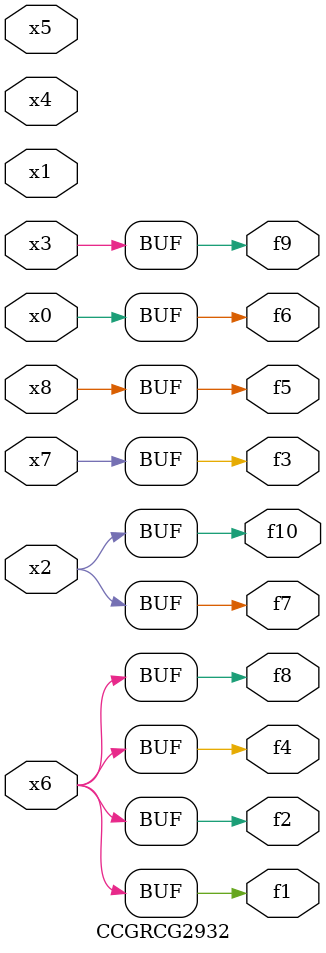
<source format=v>
module CCGRCG2932(
	input x0, x1, x2, x3, x4, x5, x6, x7, x8,
	output f1, f2, f3, f4, f5, f6, f7, f8, f9, f10
);
	assign f1 = x6;
	assign f2 = x6;
	assign f3 = x7;
	assign f4 = x6;
	assign f5 = x8;
	assign f6 = x0;
	assign f7 = x2;
	assign f8 = x6;
	assign f9 = x3;
	assign f10 = x2;
endmodule

</source>
